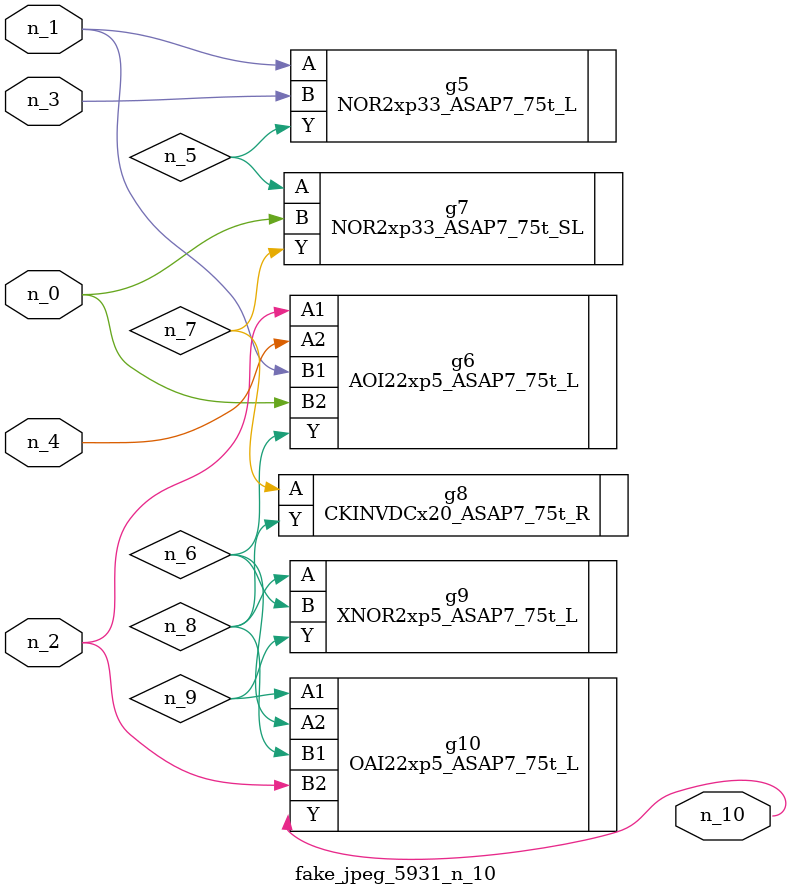
<source format=v>
module fake_jpeg_5931_n_10 (n_3, n_2, n_1, n_0, n_4, n_10);

input n_3;
input n_2;
input n_1;
input n_0;
input n_4;

output n_10;

wire n_8;
wire n_9;
wire n_6;
wire n_5;
wire n_7;

NOR2xp33_ASAP7_75t_L g5 ( 
.A(n_1),
.B(n_3),
.Y(n_5)
);

AOI22xp5_ASAP7_75t_L g6 ( 
.A1(n_2),
.A2(n_4),
.B1(n_1),
.B2(n_0),
.Y(n_6)
);

NOR2xp33_ASAP7_75t_SL g7 ( 
.A(n_5),
.B(n_0),
.Y(n_7)
);

CKINVDCx20_ASAP7_75t_R g8 ( 
.A(n_7),
.Y(n_8)
);

XNOR2xp5_ASAP7_75t_L g9 ( 
.A(n_8),
.B(n_6),
.Y(n_9)
);

OAI22xp5_ASAP7_75t_L g10 ( 
.A1(n_9),
.A2(n_6),
.B1(n_8),
.B2(n_2),
.Y(n_10)
);


endmodule
</source>
